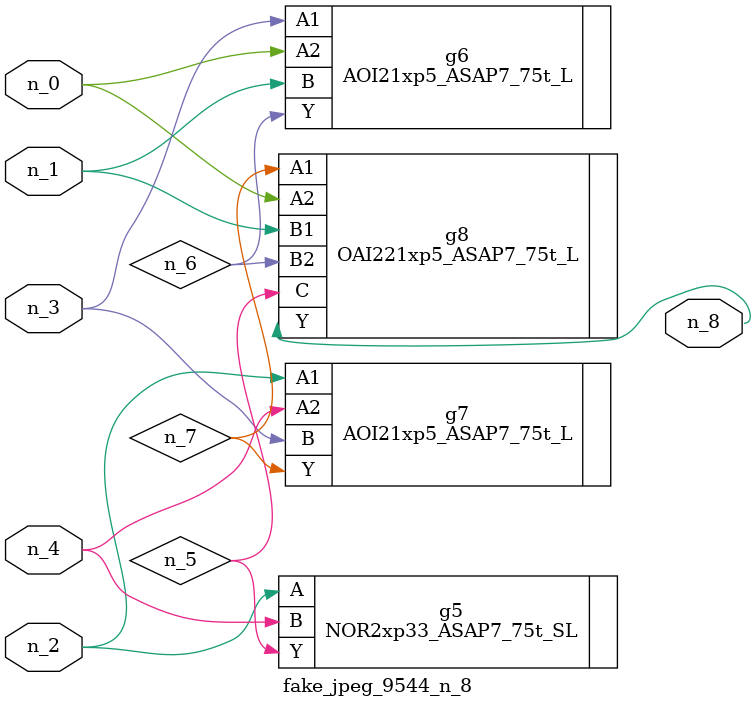
<source format=v>
module fake_jpeg_9544_n_8 (n_3, n_2, n_1, n_0, n_4, n_8);

input n_3;
input n_2;
input n_1;
input n_0;
input n_4;

output n_8;

wire n_6;
wire n_5;
wire n_7;

NOR2xp33_ASAP7_75t_SL g5 ( 
.A(n_2),
.B(n_4),
.Y(n_5)
);

AOI21xp5_ASAP7_75t_L g6 ( 
.A1(n_3),
.A2(n_0),
.B(n_1),
.Y(n_6)
);

AOI21xp5_ASAP7_75t_L g7 ( 
.A1(n_2),
.A2(n_4),
.B(n_3),
.Y(n_7)
);

OAI221xp5_ASAP7_75t_L g8 ( 
.A1(n_7),
.A2(n_0),
.B1(n_1),
.B2(n_6),
.C(n_5),
.Y(n_8)
);


endmodule
</source>
